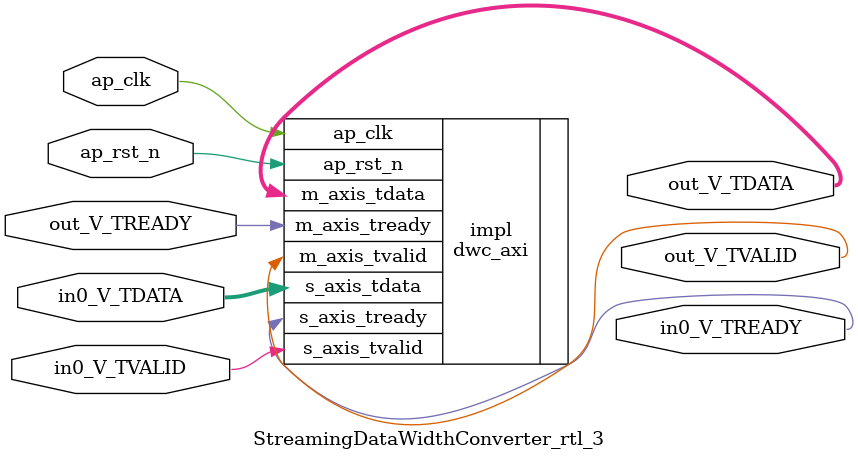
<source format=v>
/******************************************************************************
 * Copyright (C) 2023, Advanced Micro Devices, Inc.
 * All rights reserved.
 *
 * Redistribution and use in source and binary forms, with or without
 * modification, are permitted provided that the following conditions are met:
 *
 *  1. Redistributions of source code must retain the above copyright notice,
 *     this list of conditions and the following disclaimer.
 *
 *  2. Redistributions in binary form must reproduce the above copyright
 *     notice, this list of conditions and the following disclaimer in the
 *     documentation and/or other materials provided with the distribution.
 *
 *  3. Neither the name of the copyright holder nor the names of its
 *     contributors may be used to endorse or promote products derived from
 *     this software without specific prior written permission.
 *
 * THIS SOFTWARE IS PROVIDED BY THE COPYRIGHT HOLDERS AND CONTRIBUTORS "AS IS"
 * AND ANY EXPRESS OR IMPLIED WARRANTIES, INCLUDING, BUT NOT LIMITED TO,
 * THE IMPLIED WARRANTIES OF MERCHANTABILITY AND FITNESS FOR A PARTICULAR
 * PURPOSE ARE DISCLAIMED. IN NO EVENT SHALL THE COPYRIGHT HOLDER OR
 * CONTRIBUTORS BE LIABLE FOR ANY DIRECT, INDIRECT, INCIDENTAL, SPECIAL,
 * EXEMPLARY, OR CONSEQUENTIAL DAMAGES (INCLUDING, BUT NOT LIMITED TO,
 * PROCUREMENT OF SUBSTITUTE GOODS OR SERVICES; LOSS OF USE, DATA, OR PROFITS;
 * OR BUSINESS INTERRUPTION). HOWEVER CAUSED AND ON ANY THEORY OF LIABILITY,
 * WHETHER IN CONTRACT, STRICT LIABILITY, OR TORT (INCLUDING NEGLIGENCE OR
 * OTHERWISE) ARISING IN ANY WAY OUT OF THE USE OF THIS SOFTWARE, EVEN IF
 * ADVISED OF THE POSSIBILITY OF SUCH DAMAGE.
 *****************************************************************************/

module StreamingDataWidthConverter_rtl_3 #(
	parameter  IBITS = 256,
	parameter  OBITS = 8,

	parameter  AXI_IBITS = (IBITS+7)/8 * 8,
	parameter  AXI_OBITS = (OBITS+7)/8 * 8
)(
	//- Global Control ------------------
	(* X_INTERFACE_INFO = "xilinx.com:signal:clock:1.0 ap_clk CLK" *)
	(* X_INTERFACE_PARAMETER = "ASSOCIATED_BUSIF in0_V:out_V, ASSOCIATED_RESET ap_rst_n" *)
	input	ap_clk,
	(* X_INTERFACE_PARAMETER = "POLARITY ACTIVE_LOW" *)
	input	ap_rst_n,

	//- AXI Stream - Input --------------
	output	in0_V_TREADY,
	input	in0_V_TVALID,
	input	[AXI_IBITS-1:0]  in0_V_TDATA,

	//- AXI Stream - Output -------------
	input	out_V_TREADY,
	output	out_V_TVALID,
	output	[AXI_OBITS-1:0]  out_V_TDATA
);

	dwc_axi #(
		.IBITS(IBITS),
		.OBITS(OBITS)
	) impl (
		.ap_clk(ap_clk),
		.ap_rst_n(ap_rst_n),
		.s_axis_tready(in0_V_TREADY),
		.s_axis_tvalid(in0_V_TVALID),
		.s_axis_tdata(in0_V_TDATA),
		.m_axis_tready(out_V_TREADY),
		.m_axis_tvalid(out_V_TVALID),
		.m_axis_tdata(out_V_TDATA)
	);

endmodule

</source>
